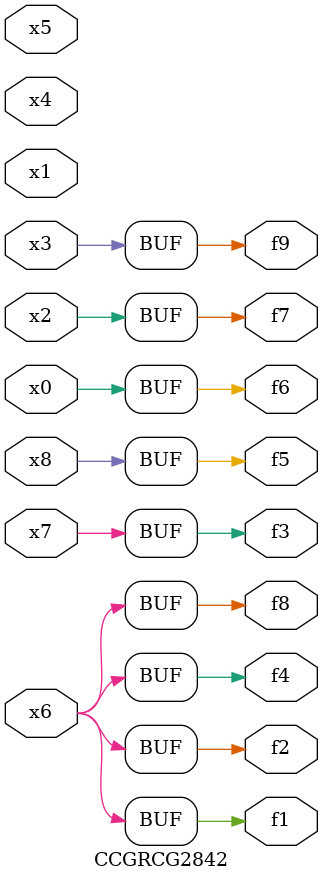
<source format=v>
module CCGRCG2842(
	input x0, x1, x2, x3, x4, x5, x6, x7, x8,
	output f1, f2, f3, f4, f5, f6, f7, f8, f9
);
	assign f1 = x6;
	assign f2 = x6;
	assign f3 = x7;
	assign f4 = x6;
	assign f5 = x8;
	assign f6 = x0;
	assign f7 = x2;
	assign f8 = x6;
	assign f9 = x3;
endmodule

</source>
